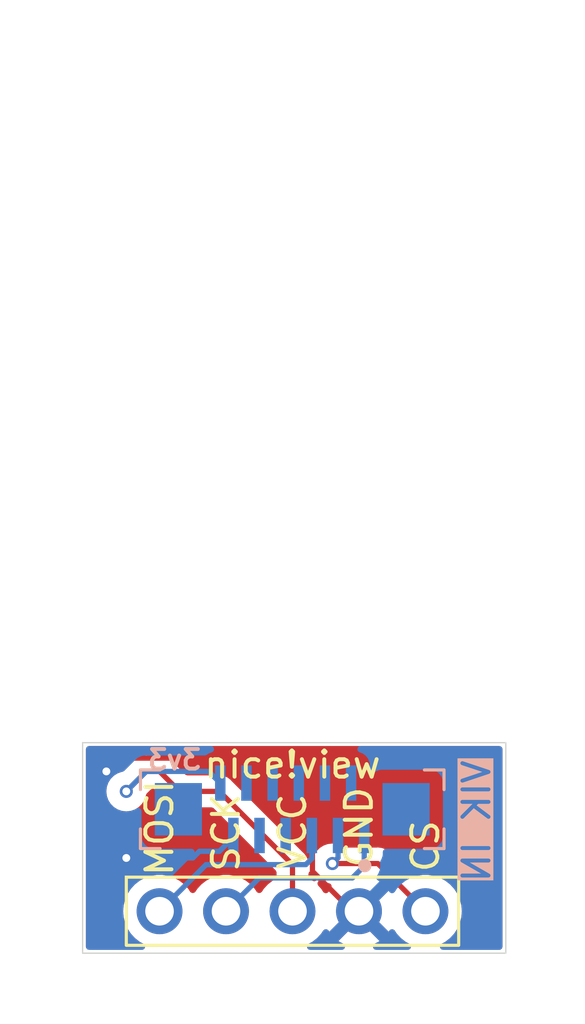
<source format=kicad_pcb>
(kicad_pcb (version 20221018) (generator pcbnew)
  (layers (0 "F.Cu" signal) (31 "B.Cu" signal) (34 "B.Paste" user) (35 "F.Paste" user) (36 "B.SilkS" user "B.Silkscreen") (37 "F.SilkS" user "F.Silkscreen") (38 "B.Mask" user) (39 "F.Mask" user) (44 "Edge.Cuts" user))
  (net 0 "")
  (net 1 "GND")
  (net 2 "+5V")
  (net 3 "rgb_led_in")
  (net 4 "GPIO_AD2")
  (net 5 "SDA")
  (net 6 "SCL")
  (net 7 "+3V3")
  (net 8 "MOSI")
  (net 9 "SPI_CS")
  (net 10 "MISO")
  (net 11 "SCLK")
  (net 12 "GPIO_AD1")
  (footprint "fingerpunch:nice_view" (layer "F.Cu") (at 175.26 94.01)
    (fp_text reference "Display1")
    (fp_text value "nice!view" (at 0 10.892 unlocked) (layer "F.SilkS"))
    (fp_text user "GND" (at 2.54 11.654 90 unlocked) (layer "F.SilkS") (effects (justify right)))
    (fp_text user "SCK" (at -2.54 11.908 90 unlocked) (layer "F.SilkS") (effects (justify right)))
    (fp_text user "VCC" (at 0 11.908 90 unlocked) (layer "F.SilkS") (effects (justify right)))
    (fp_text user "CS" (at 5.08 12.924 90 unlocked) (layer "F.SilkS") (effects (justify right)))
    (fp_text user "MOSI" (at -5.08 11.4 90 unlocked) (layer "F.SilkS") (effects (justify right)))
    (fp_rect (start -6.35 15.18) (end 6.35 17.78) (stroke (width 0.12)) (fill none) (layer "F.SilkS"))
    (pad "1" thru_hole circle (at -5.08 16.48) (size 1.7526 1.7526) (drill 1.0922) (layers "*.Cu" "*.Mask") (net 8 "MOSI"))
    (pad "2" thru_hole circle (at -2.54 16.48) (size 1.7526 1.7526) (drill 1.0922) (layers "*.Cu" "*.Mask") (net 11 "SCLK"))
    (pad "3" thru_hole circle (at 0 16.48) (size 1.7526 1.7526) (drill 1.0922) (layers "*.Cu" "*.Mask") (net 7 "+3V3"))
    (pad "4" thru_hole circle (at 2.54 16.48) (size 1.7526 1.7526) (drill 1.0922) (layers "*.Cu" "*.Mask") (net 1 "GND"))
    (pad "5" thru_hole circle (at 5.08 16.48) (size 1.7526 1.7526) (drill 1.0922) (layers "*.Cu" "*.Mask") (net 9 "SPI_CS"))
  )
  (footprint "vik:vik-module-connector-vertical" (layer "B.Cu") (at 175.25 106.6 180)
    (fp_text reference "J1" hide)
    (fp_text value "~")
    (fp_text user "3v3" (at 3.4 1.45 unlocked) (layer "B.SilkS") (effects (font (size 0.75 0.75)) (justify left bottom mirror)))
    (fp_text user "VIK IN" (at -7.63 1.952 90 unlocked) (layer "B.SilkS" knockout) (effects (justify left bottom mirror)))
    (fp_line (start -5.8 -1.5) (end -5.8 -0.75) (stroke (width 0.12)) (layer "B.SilkS"))
    (fp_line (start -5.8 -1.5) (end -5.05 -1.5) (stroke (width 0.12)) (layer "B.SilkS"))
    (fp_line (start -5.8 1.5) (end -5.8 0.75) (stroke (width 0.12)) (layer "B.SilkS"))
    (fp_line (start -5.8 1.5) (end -5.05 1.5) (stroke (width 0.12)) (layer "B.SilkS"))
    (fp_line (start 5.8 -1.5) (end 5.05 -1.5) (stroke (width 0.12)) (layer "B.SilkS"))
    (fp_line (start 5.8 -1.5) (end 5.8 -0.75) (stroke (width 0.12)) (layer "B.SilkS"))
    (fp_line (start 5.8 1.5) (end 5.05 1.5) (stroke (width 0.12)) (layer "B.SilkS"))
    (fp_line (start 5.8 1.5) (end 5.8 0.75) (stroke (width 0.12)) (layer "B.SilkS"))
    (fp_circle (center -2.773 -2.15) (end -2.646 -2.15) (stroke (width 0.254)) (fill none) (layer "B.SilkS"))
    (pad "" smd rect (at -4.35 0 180) (size 1.8 2) (layers "B.Cu" "B.Paste" "B.Mask"))
    (pad "" smd rect (at 4.35 0 180) (size 1.8 2) (layers "B.Cu" "B.Paste" "B.Mask"))
    (pad "1" smd rect (at -2.75 -1 180) (size 0.4 1.35) (layers "B.Cu" "B.Paste" "B.Mask") (net 11 "SCLK"))
    (pad "2" smd rect (at -2.25 1 180) (size 0.4 1.35) (layers "B.Cu" "B.Paste" "B.Mask") (net 10 "MISO"))
    (pad "3" smd rect (at -1.75 -1 180) (size 0.4 1.35) (layers "B.Cu" "B.Paste" "B.Mask") (net 9 "SPI_CS"))
    (pad "4" smd rect (at -1.25 1 180) (size 0.4 1.35) (layers "B.Cu" "B.Paste" "B.Mask") (net 4 "GPIO_AD2"))
    (pad "5" smd rect (at -0.75 -1 180) (size 0.4 1.35) (layers "B.Cu" "B.Paste" "B.Mask") (net 8 "MOSI"))
    (pad "6" smd rect (at -0.25 1 180) (size 0.4 1.35) (layers "B.Cu" "B.Paste" "B.Mask") (net 12 "GPIO_AD1"))
    (pad "7" smd rect (at 0.25 -1 180) (size 0.4 1.35) (layers "B.Cu" "B.Paste" "B.Mask") (net 2 "+5V"))
    (pad "8" smd rect (at 0.75 1 180) (size 0.4 1.35) (layers "B.Cu" "B.Paste" "B.Mask") (net 3 "rgb_led_in"))
    (pad "9" smd rect (at 1.25 -1 180) (size 0.4 1.35) (layers "B.Cu" "B.Paste" "B.Mask") (net 6 "SCL"))
    (pad "10" smd rect (at 1.75 1 180) (size 0.4 1.35) (layers "B.Cu" "B.Paste" "B.Mask") (net 5 "SDA"))
    (pad "11" smd rect (at 2.25 -1 180) (size 0.4 1.35) (layers "B.Cu" "B.Paste" "B.Mask") (net 1 "GND"))
    (pad "12" smd rect (at 2.75 1 180) (size 0.4 1.35) (layers "B.Cu" "B.Paste" "B.Mask") (net 7 "+3V3"))
  )
  (gr_line (start 167.24 112.09) (end 183.41 112.09) (stroke (width 0.05)) (layer "Edge.Cuts"))
  (gr_line (start 167.24 104.06) (end 167.24 112.09) (stroke (width 0.05)) (layer "Edge.Cuts"))
  (gr_line (start 167.24 104.06) (end 183.41 104.06) (stroke (width 0.05)) (layer "Edge.Cuts"))
  (gr_line (start 183.41 104.06) (end 183.41 112.09) (stroke (width 0.05)) (layer "Edge.Cuts"))
  (segment (start 168.656 104.648) (end 168.148 105.156) (width 0.2) (layer "F.Cu") (net 1))
  (segment (start 177.546 110.49) (end 177.292 110.236) (width 0.2) (layer "F.Cu") (net 1))
  (segment (start 177.8 110.49) (end 177.546 110.49) (width 0.2) (layer "F.Cu") (net 1))
  (segment (start 169.926 104.648) (end 168.656 104.648) (width 0.2) (layer "F.Cu") (net 1))
  (segment (start 176.022 108.966) (end 176.022 108.458) (width 0.2) (layer "F.Cu") (net 1))
  (segment (start 176.022 107.95) (end 174.244 106.172) (width 0.2) (layer "F.Cu") (net 1))
  (segment (start 172.72 104.648) (end 169.926 104.648) (width 0.2) (layer "F.Cu") (net 1))
  (segment (start 177.292 110.236) (end 176.022 108.966) (width 0.2) (layer "F.Cu") (net 1))
  (segment (start 174.244 106.172) (end 172.72 104.648) (width 0.2) (layer "F.Cu") (net 1))
  (segment (start 176.022 108.458) (end 176.022 107.95) (width 0.2) (layer "F.Cu") (net 1))
  (via (at 168.91 108.458) (size 0.5) (drill 0.3) (layers "F.Cu" "B.Cu") (net 1))
  (via (at 168.148 105.156) (size 0.5) (drill 0.3) (layers "F.Cu" "B.Cu") (net 1))
  (segment (start 172.72 107.95) (end 172.466 108.204) (width 0.2) (layer "B.Cu") (net 1))
  (segment (start 173 107.67) (end 172.72 107.95) (width 0.2) (layer "B.Cu") (net 1))
  (segment (start 171.45 108.458) (end 168.91 108.458) (width 0.2) (layer "B.Cu") (net 1))
  (segment (start 172.466 108.204) (end 171.704 108.204) (width 0.2) (layer "B.Cu") (net 1))
  (segment (start 171.704 108.204) (end 171.45 108.458) (width 0.2) (layer "B.Cu") (net 1))
  (segment (start 173 107.6) (end 173 107.67) (width 0.2) (layer "B.Cu") (net 1))
  (segment (start 175.26 108.712) (end 172.72 106.172) (width 0.2) (layer "F.Cu") (net 7))
  (segment (start 170.942 105.918) (end 170.18 105.156) (width 0.2) (layer "F.Cu") (net 7))
  (segment (start 172.72 106.172) (end 172.466 105.918) (width 0.2) (layer "F.Cu") (net 7))
  (segment (start 170.18 105.156) (end 169.672 105.156) (width 0.2) (layer "F.Cu") (net 7))
  (segment (start 175.26 110.49) (end 175.26 108.712) (width 0.2) (layer "F.Cu") (net 7))
  (segment (start 169.672 105.156) (end 168.91 105.918) (width 0.2) (layer "F.Cu") (net 7))
  (segment (start 172.466 105.918) (end 170.942 105.918) (width 0.2) (layer "F.Cu") (net 7))
  (via (at 168.91 105.918) (size 0.5) (drill 0.3) (layers "F.Cu" "B.Cu") (net 7))
  (segment (start 169.672 105.156) (end 168.91 105.918) (width 0.2) (layer "B.Cu") (net 7))
  (segment (start 172.056 105.156) (end 172.5 105.6) (width 0.2) (layer "B.Cu") (net 7))
  (segment (start 172.056 105.156) (end 169.672 105.156) (width 0.2) (layer "B.Cu") (net 7))
  (segment (start 176 107.6) (end 176 108.48) (width 0.2) (layer "B.Cu") (net 8))
  (segment (start 170.18 110.49) (end 171.958 108.712) (width 0.2) (layer "B.Cu") (net 8))
  (segment (start 171.958 108.712) (end 175.768 108.712) (width 0.2) (layer "B.Cu") (net 8))
  (segment (start 176 108.48) (end 175.768 108.712) (width 0.2) (layer "B.Cu") (net 8))
  (segment (start 178.5205 108.6705) (end 176.784 108.6705) (width 0.2) (layer "F.Cu") (net 9))
  (segment (start 180.34 110.49) (end 178.5205 108.6705) (width 0.2) (layer "F.Cu") (net 9))
  (via (at 176.784 108.6705) (size 0.5) (drill 0.3) (layers "F.Cu" "B.Cu") (net 9))
  (segment (start 177 107.6) (end 177 108.4545) (width 0.2) (layer "B.Cu") (net 9))
  (segment (start 177 108.4545) (end 176.784 108.6705) (width 0.2) (layer "B.Cu") (net 9))
  (segment (start 172.72 110.49) (end 173.99 109.22) (width 0.2) (layer "B.Cu") (net 11))
  (segment (start 178 108.766) (end 178 107.6) (width 0.2) (layer "B.Cu") (net 11))
  (segment (start 173.99 109.22) (end 177.546 109.22) (width 0.2) (layer "B.Cu") (net 11))
  (segment (start 177.546 109.22) (end 178 108.766) (width 0.2) (layer "B.Cu") (net 11))
  (zone (net 1) (net_name "GND") (layers "F&B.Cu") (connect_pads (clearance 0.508)) (min_thickness 0.25) (fill yes (thermal_gap 0.5) (thermal_bridge_width 0.5))
    (polygon (pts (xy 164.084 100.838) (xy 164.084 114.808) (xy 186.436 114.808) (xy 186.436 100.838)))
  )
)
</source>
